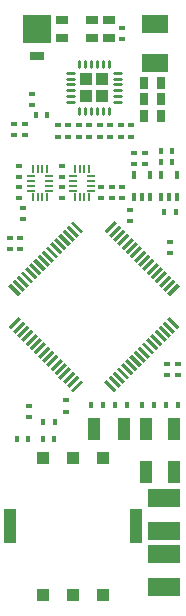
<source format=gbp>
G75*
%MOIN*%
%OFA0B0*%
%FSLAX25Y25*%
%IPPOS*%
%LPD*%
%AMOC8*
5,1,8,0,0,1.08239X$1,22.5*
%
%ADD10R,0.02400X0.01800*%
%ADD11R,0.03937X0.04331*%
%ADD12R,0.03937X0.11811*%
%ADD13R,0.01181X0.02953*%
%ADD14R,0.01800X0.02400*%
%ADD15R,0.02559X0.00787*%
%ADD16R,0.00787X0.02559*%
%ADD17R,0.02953X0.00787*%
%ADD18R,0.04331X0.07480*%
%ADD19R,0.01181X0.04724*%
%ADD20C,0.00906*%
%ADD21R,0.04331X0.04331*%
%ADD22R,0.05000X0.03000*%
%ADD23R,0.09700X0.09200*%
%ADD24R,0.09055X0.06496*%
%ADD25R,0.04100X0.02800*%
%ADD26R,0.02800X0.04100*%
%ADD27R,0.10630X0.06299*%
D10*
X0344510Y0125286D03*
X0348010Y0125286D03*
X0348010Y0129086D03*
X0344510Y0129086D03*
X0348810Y0135286D03*
X0348810Y0139086D03*
X0347510Y0142286D03*
X0347510Y0146086D03*
X0347510Y0149286D03*
X0347510Y0153086D03*
X0362010Y0153086D03*
X0362010Y0149286D03*
X0362010Y0146086D03*
X0362010Y0142286D03*
X0374910Y0142286D03*
X0378410Y0142286D03*
X0381910Y0142286D03*
X0384510Y0138386D03*
X0384510Y0134586D03*
X0397810Y0127786D03*
X0397810Y0123986D03*
X0381910Y0146086D03*
X0378410Y0146086D03*
X0374910Y0146086D03*
X0385910Y0153686D03*
X0389410Y0153686D03*
X0389410Y0157486D03*
X0385910Y0157486D03*
X0385010Y0162786D03*
X0381510Y0162786D03*
X0378010Y0162786D03*
X0374510Y0162786D03*
X0371010Y0162786D03*
X0367510Y0162786D03*
X0364010Y0162786D03*
X0360510Y0162786D03*
X0360510Y0166586D03*
X0364010Y0166586D03*
X0367510Y0166586D03*
X0371010Y0166586D03*
X0374510Y0166586D03*
X0378010Y0166586D03*
X0381510Y0166586D03*
X0385010Y0166586D03*
X0352010Y0173286D03*
X0352010Y0177086D03*
X0349510Y0167086D03*
X0345810Y0167086D03*
X0345810Y0163286D03*
X0349510Y0163286D03*
X0382010Y0195286D03*
X0382010Y0199086D03*
X0397010Y0087086D03*
X0400510Y0087086D03*
X0400510Y0083286D03*
X0397010Y0083286D03*
X0363110Y0074886D03*
X0363110Y0071086D03*
X0350810Y0069286D03*
X0350810Y0073086D03*
D11*
X0355510Y0055721D03*
X0365510Y0055721D03*
X0375510Y0055721D03*
X0375510Y0010052D03*
X0365510Y0010052D03*
X0355510Y0010052D03*
D12*
X0344644Y0032886D03*
X0386376Y0032886D03*
D13*
X0385951Y0142646D03*
X0388510Y0142646D03*
X0391069Y0142646D03*
X0394951Y0142646D03*
X0397510Y0142646D03*
X0400069Y0142646D03*
X0400069Y0150126D03*
X0394951Y0150126D03*
X0391069Y0150126D03*
X0385951Y0150126D03*
D14*
X0394710Y0154386D03*
X0398510Y0154386D03*
X0398510Y0157986D03*
X0394710Y0157986D03*
X0356910Y0170086D03*
X0353110Y0170086D03*
X0395910Y0137586D03*
X0399710Y0137586D03*
X0400410Y0073186D03*
X0396610Y0073186D03*
X0392410Y0073186D03*
X0388610Y0073186D03*
X0383410Y0073186D03*
X0379610Y0073186D03*
X0375410Y0073186D03*
X0371610Y0073186D03*
X0359410Y0067686D03*
X0355610Y0067686D03*
X0355510Y0062086D03*
X0359310Y0062086D03*
X0350510Y0062086D03*
X0346710Y0062086D03*
D15*
X0351439Y0144824D03*
X0351439Y0146399D03*
X0351439Y0147974D03*
X0357581Y0147974D03*
X0357581Y0149549D03*
X0357581Y0146399D03*
X0357581Y0144824D03*
X0365439Y0144824D03*
X0365439Y0146399D03*
X0365439Y0147974D03*
X0371581Y0147974D03*
X0371581Y0149549D03*
X0371581Y0146399D03*
X0371581Y0144824D03*
D16*
X0370872Y0142541D03*
X0369297Y0142541D03*
X0367722Y0142541D03*
X0366148Y0142541D03*
X0356872Y0142541D03*
X0355297Y0142541D03*
X0353722Y0142541D03*
X0352148Y0142541D03*
X0352148Y0151832D03*
X0353722Y0151832D03*
X0355297Y0151832D03*
X0356872Y0151832D03*
X0366148Y0151832D03*
X0367722Y0151832D03*
X0369297Y0151832D03*
X0370872Y0151832D03*
D17*
X0365636Y0149549D03*
X0351636Y0149549D03*
D18*
X0372589Y0065186D03*
X0382431Y0065186D03*
X0389982Y0065470D03*
X0399037Y0065470D03*
X0399037Y0050903D03*
X0389982Y0050903D03*
D19*
G36*
X0375991Y0080991D02*
X0376826Y0081826D01*
X0380165Y0078487D01*
X0379330Y0077652D01*
X0375991Y0080991D01*
G37*
G36*
X0377383Y0082383D02*
X0378218Y0083218D01*
X0381557Y0079879D01*
X0380722Y0079044D01*
X0377383Y0082383D01*
G37*
G36*
X0378775Y0083775D02*
X0379610Y0084610D01*
X0382949Y0081271D01*
X0382114Y0080436D01*
X0378775Y0083775D01*
G37*
G36*
X0380166Y0085167D02*
X0381001Y0086002D01*
X0384340Y0082663D01*
X0383505Y0081828D01*
X0380166Y0085167D01*
G37*
G36*
X0381558Y0086559D02*
X0382393Y0087394D01*
X0385732Y0084055D01*
X0384897Y0083220D01*
X0381558Y0086559D01*
G37*
G36*
X0382950Y0087951D02*
X0383785Y0088786D01*
X0387124Y0085447D01*
X0386289Y0084612D01*
X0382950Y0087951D01*
G37*
G36*
X0384342Y0089343D02*
X0385177Y0090178D01*
X0388516Y0086839D01*
X0387681Y0086004D01*
X0384342Y0089343D01*
G37*
G36*
X0385734Y0090735D02*
X0386569Y0091570D01*
X0389908Y0088231D01*
X0389073Y0087396D01*
X0385734Y0090735D01*
G37*
G36*
X0387126Y0092127D02*
X0387961Y0092962D01*
X0391300Y0089623D01*
X0390465Y0088788D01*
X0387126Y0092127D01*
G37*
G36*
X0388518Y0093519D02*
X0389353Y0094354D01*
X0392692Y0091015D01*
X0391857Y0090180D01*
X0388518Y0093519D01*
G37*
G36*
X0389910Y0094911D02*
X0390745Y0095746D01*
X0394084Y0092407D01*
X0393249Y0091572D01*
X0389910Y0094911D01*
G37*
G36*
X0391302Y0096303D02*
X0392137Y0097138D01*
X0395476Y0093799D01*
X0394641Y0092964D01*
X0391302Y0096303D01*
G37*
G36*
X0392694Y0097695D02*
X0393529Y0098530D01*
X0396868Y0095191D01*
X0396033Y0094356D01*
X0392694Y0097695D01*
G37*
G36*
X0394086Y0099087D02*
X0394921Y0099922D01*
X0398260Y0096583D01*
X0397425Y0095748D01*
X0394086Y0099087D01*
G37*
G36*
X0395478Y0100479D02*
X0396313Y0101314D01*
X0399652Y0097975D01*
X0398817Y0097140D01*
X0395478Y0100479D01*
G37*
G36*
X0396870Y0101871D02*
X0397705Y0102706D01*
X0401044Y0099367D01*
X0400209Y0098532D01*
X0396870Y0101871D01*
G37*
G36*
X0397705Y0109667D02*
X0396870Y0110502D01*
X0400209Y0113841D01*
X0401044Y0113006D01*
X0397705Y0109667D01*
G37*
G36*
X0398817Y0115233D02*
X0399652Y0114398D01*
X0396313Y0111059D01*
X0395478Y0111894D01*
X0398817Y0115233D01*
G37*
G36*
X0397425Y0116625D02*
X0398260Y0115790D01*
X0394921Y0112451D01*
X0394086Y0113286D01*
X0397425Y0116625D01*
G37*
G36*
X0396033Y0118017D02*
X0396868Y0117182D01*
X0393529Y0113843D01*
X0392694Y0114678D01*
X0396033Y0118017D01*
G37*
G36*
X0394641Y0119409D02*
X0395476Y0118574D01*
X0392137Y0115235D01*
X0391302Y0116070D01*
X0394641Y0119409D01*
G37*
G36*
X0393249Y0120801D02*
X0394084Y0119966D01*
X0390745Y0116627D01*
X0389910Y0117462D01*
X0393249Y0120801D01*
G37*
G36*
X0391857Y0122193D02*
X0392692Y0121358D01*
X0389353Y0118019D01*
X0388518Y0118854D01*
X0391857Y0122193D01*
G37*
G36*
X0390465Y0123585D02*
X0391300Y0122750D01*
X0387961Y0119411D01*
X0387126Y0120246D01*
X0390465Y0123585D01*
G37*
G36*
X0389073Y0124977D02*
X0389908Y0124142D01*
X0386569Y0120803D01*
X0385734Y0121638D01*
X0389073Y0124977D01*
G37*
G36*
X0387681Y0126369D02*
X0388516Y0125534D01*
X0385177Y0122195D01*
X0384342Y0123030D01*
X0387681Y0126369D01*
G37*
G36*
X0386289Y0127761D02*
X0387124Y0126926D01*
X0383785Y0123587D01*
X0382950Y0124422D01*
X0386289Y0127761D01*
G37*
G36*
X0384897Y0129152D02*
X0385732Y0128317D01*
X0382393Y0124978D01*
X0381558Y0125813D01*
X0384897Y0129152D01*
G37*
G36*
X0383505Y0130544D02*
X0384340Y0129709D01*
X0381001Y0126370D01*
X0380166Y0127205D01*
X0383505Y0130544D01*
G37*
G36*
X0382114Y0131936D02*
X0382949Y0131101D01*
X0379610Y0127762D01*
X0378775Y0128597D01*
X0382114Y0131936D01*
G37*
G36*
X0380722Y0133328D02*
X0381557Y0132493D01*
X0378218Y0129154D01*
X0377383Y0129989D01*
X0380722Y0133328D01*
G37*
G36*
X0379330Y0134720D02*
X0380165Y0133885D01*
X0376826Y0130546D01*
X0375991Y0131381D01*
X0379330Y0134720D01*
G37*
G36*
X0369029Y0131381D02*
X0368194Y0130546D01*
X0364855Y0133885D01*
X0365690Y0134720D01*
X0369029Y0131381D01*
G37*
G36*
X0367637Y0129989D02*
X0366802Y0129154D01*
X0363463Y0132493D01*
X0364298Y0133328D01*
X0367637Y0129989D01*
G37*
G36*
X0366245Y0128597D02*
X0365410Y0127762D01*
X0362071Y0131101D01*
X0362906Y0131936D01*
X0366245Y0128597D01*
G37*
G36*
X0364853Y0127205D02*
X0364018Y0126370D01*
X0360679Y0129709D01*
X0361514Y0130544D01*
X0364853Y0127205D01*
G37*
G36*
X0363461Y0125813D02*
X0362626Y0124978D01*
X0359287Y0128317D01*
X0360122Y0129152D01*
X0363461Y0125813D01*
G37*
G36*
X0362069Y0124422D02*
X0361234Y0123587D01*
X0357895Y0126926D01*
X0358730Y0127761D01*
X0362069Y0124422D01*
G37*
G36*
X0360677Y0123030D02*
X0359842Y0122195D01*
X0356503Y0125534D01*
X0357338Y0126369D01*
X0360677Y0123030D01*
G37*
G36*
X0359286Y0121638D02*
X0358451Y0120803D01*
X0355112Y0124142D01*
X0355947Y0124977D01*
X0359286Y0121638D01*
G37*
G36*
X0357894Y0120246D02*
X0357059Y0119411D01*
X0353720Y0122750D01*
X0354555Y0123585D01*
X0357894Y0120246D01*
G37*
G36*
X0356502Y0118854D02*
X0355667Y0118019D01*
X0352328Y0121358D01*
X0353163Y0122193D01*
X0356502Y0118854D01*
G37*
G36*
X0355110Y0117462D02*
X0354275Y0116627D01*
X0350936Y0119966D01*
X0351771Y0120801D01*
X0355110Y0117462D01*
G37*
G36*
X0353718Y0116070D02*
X0352883Y0115235D01*
X0349544Y0118574D01*
X0350379Y0119409D01*
X0353718Y0116070D01*
G37*
G36*
X0352326Y0114678D02*
X0351491Y0113843D01*
X0348152Y0117182D01*
X0348987Y0118017D01*
X0352326Y0114678D01*
G37*
G36*
X0350934Y0113286D02*
X0350099Y0112451D01*
X0346760Y0115790D01*
X0347595Y0116625D01*
X0350934Y0113286D01*
G37*
G36*
X0349542Y0111894D02*
X0348707Y0111059D01*
X0345368Y0114398D01*
X0346203Y0115233D01*
X0349542Y0111894D01*
G37*
G36*
X0348150Y0110502D02*
X0347315Y0109667D01*
X0343976Y0113006D01*
X0344811Y0113841D01*
X0348150Y0110502D01*
G37*
G36*
X0347315Y0102706D02*
X0348150Y0101871D01*
X0344811Y0098532D01*
X0343976Y0099367D01*
X0347315Y0102706D01*
G37*
G36*
X0348707Y0101314D02*
X0349542Y0100479D01*
X0346203Y0097140D01*
X0345368Y0097975D01*
X0348707Y0101314D01*
G37*
G36*
X0350099Y0099922D02*
X0350934Y0099087D01*
X0347595Y0095748D01*
X0346760Y0096583D01*
X0350099Y0099922D01*
G37*
G36*
X0351491Y0098530D02*
X0352326Y0097695D01*
X0348987Y0094356D01*
X0348152Y0095191D01*
X0351491Y0098530D01*
G37*
G36*
X0352883Y0097138D02*
X0353718Y0096303D01*
X0350379Y0092964D01*
X0349544Y0093799D01*
X0352883Y0097138D01*
G37*
G36*
X0354275Y0095746D02*
X0355110Y0094911D01*
X0351771Y0091572D01*
X0350936Y0092407D01*
X0354275Y0095746D01*
G37*
G36*
X0355667Y0094354D02*
X0356502Y0093519D01*
X0353163Y0090180D01*
X0352328Y0091015D01*
X0355667Y0094354D01*
G37*
G36*
X0357059Y0092962D02*
X0357894Y0092127D01*
X0354555Y0088788D01*
X0353720Y0089623D01*
X0357059Y0092962D01*
G37*
G36*
X0358451Y0091570D02*
X0359286Y0090735D01*
X0355947Y0087396D01*
X0355112Y0088231D01*
X0358451Y0091570D01*
G37*
G36*
X0359842Y0090178D02*
X0360677Y0089343D01*
X0357338Y0086004D01*
X0356503Y0086839D01*
X0359842Y0090178D01*
G37*
G36*
X0361234Y0088786D02*
X0362069Y0087951D01*
X0358730Y0084612D01*
X0357895Y0085447D01*
X0361234Y0088786D01*
G37*
G36*
X0362626Y0087394D02*
X0363461Y0086559D01*
X0360122Y0083220D01*
X0359287Y0084055D01*
X0362626Y0087394D01*
G37*
G36*
X0364018Y0086002D02*
X0364853Y0085167D01*
X0361514Y0081828D01*
X0360679Y0082663D01*
X0364018Y0086002D01*
G37*
G36*
X0365410Y0084610D02*
X0366245Y0083775D01*
X0362906Y0080436D01*
X0362071Y0081271D01*
X0365410Y0084610D01*
G37*
G36*
X0366802Y0083218D02*
X0367637Y0082383D01*
X0364298Y0079044D01*
X0363463Y0079879D01*
X0366802Y0083218D01*
G37*
G36*
X0368194Y0081826D02*
X0369029Y0080991D01*
X0365690Y0077652D01*
X0364855Y0078487D01*
X0368194Y0081826D01*
G37*
D20*
X0367589Y0170328D02*
X0367589Y0172493D01*
X0369557Y0172493D02*
X0369557Y0170328D01*
X0371526Y0170328D02*
X0371526Y0172493D01*
X0373494Y0172493D02*
X0373494Y0170328D01*
X0375463Y0170328D02*
X0375463Y0172493D01*
X0377431Y0172493D02*
X0377431Y0170328D01*
X0379203Y0174265D02*
X0381368Y0174265D01*
X0381368Y0176234D02*
X0379203Y0176234D01*
X0379203Y0178202D02*
X0381368Y0178202D01*
X0381368Y0180171D02*
X0379203Y0180171D01*
X0379203Y0182139D02*
X0381368Y0182139D01*
X0381368Y0184108D02*
X0379203Y0184108D01*
X0377431Y0185879D02*
X0377431Y0188045D01*
X0375463Y0188045D02*
X0375463Y0185879D01*
X0373494Y0185879D02*
X0373494Y0188045D01*
X0371526Y0188045D02*
X0371526Y0185879D01*
X0369557Y0185879D02*
X0369557Y0188045D01*
X0367589Y0188045D02*
X0367589Y0185879D01*
X0365817Y0184108D02*
X0363652Y0184108D01*
X0363652Y0182139D02*
X0365817Y0182139D01*
X0365817Y0180171D02*
X0363652Y0180171D01*
X0363652Y0178202D02*
X0365817Y0178202D01*
X0365817Y0176234D02*
X0363652Y0176234D01*
X0363652Y0174265D02*
X0365817Y0174265D01*
D21*
X0369754Y0176430D03*
X0375266Y0176430D03*
X0375266Y0181942D03*
X0369754Y0181942D03*
D22*
X0353510Y0189536D03*
D23*
X0353510Y0198786D03*
D24*
X0393010Y0200182D03*
X0393010Y0187190D03*
D25*
X0377510Y0195736D03*
X0372010Y0195736D03*
X0361710Y0195736D03*
X0361710Y0201636D03*
X0372010Y0201636D03*
X0377510Y0201636D03*
D26*
X0389060Y0180686D03*
X0394960Y0180686D03*
X0394960Y0175186D03*
X0389060Y0175186D03*
X0389060Y0169686D03*
X0394960Y0169686D03*
D27*
X0396010Y0042198D03*
X0396010Y0031175D03*
X0396010Y0023698D03*
X0396010Y0012675D03*
M02*

</source>
